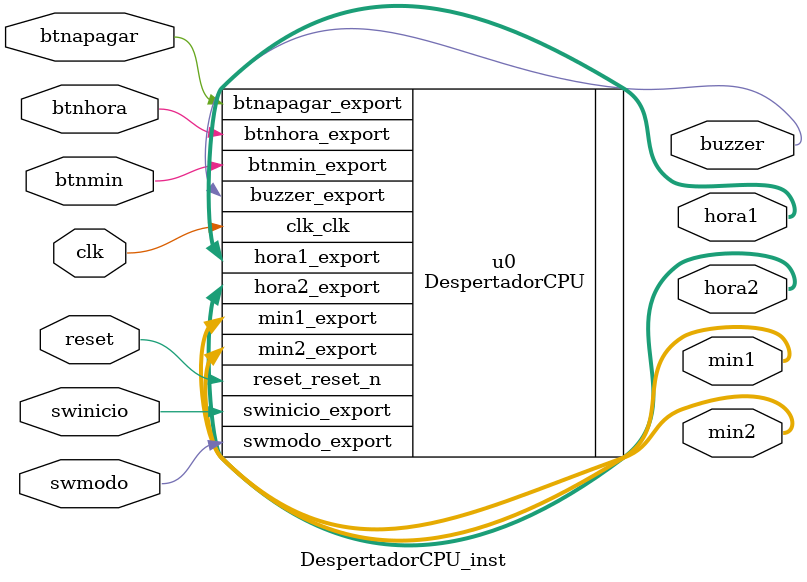
<source format=v>
module DespertadorCPU_inst(input btnhora, btnmin, btnapagar, clk, reset, swinicio, swmodo,
										output [6:0] hora1, hora2, min1, min2, output buzzer );
	DespertadorCPU u0 (
		.btnapagar_export (btnapagar), // btnapagar.export
		.btnhora_export   (btnhora),   //   btnhora.export
		.btnmin_export    (btnmin),    //    btnmin.export
		.buzzer_export    (buzzer),    //    buzzer.export
		.clk_clk          (clk),          //       clk.clk
		.hora1_export     (hora1),     //     hora1.export
		.hora2_export     (hora2),     //     hora2.export
		.min1_export      (min1),      //      min1.export
		.min2_export      (min2),      //      min2.export
		.reset_reset_n    (reset),    //     reset.reset_n
		.swmodo_export    (swmodo),    //    swmodo.export
		.swinicio_export  (swinicio)   //  swinicio.export
	);

endmodule
</source>
